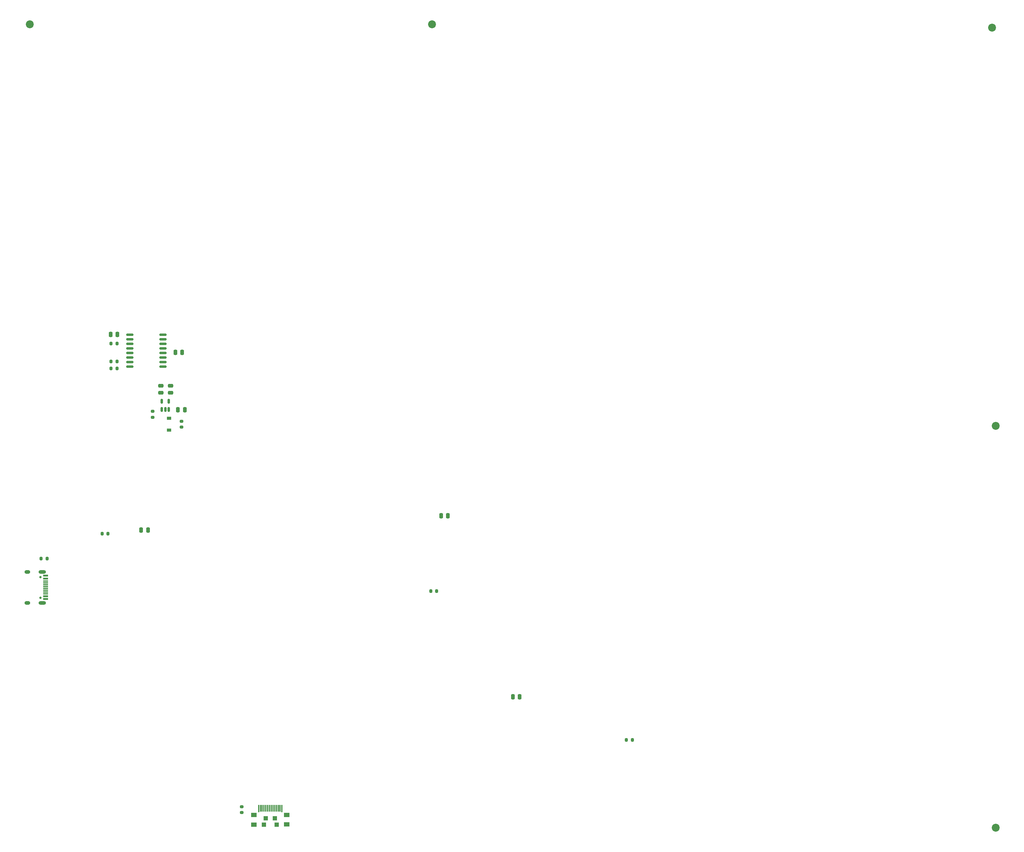
<source format=gbs>
%TF.GenerationSoftware,KiCad,Pcbnew,(6.0.4)*%
%TF.CreationDate,2022-05-26T23:52:49-07:00*%
%TF.ProjectId,top_R,746f705f-522e-46b6-9963-61645f706362,rev?*%
%TF.SameCoordinates,Original*%
%TF.FileFunction,Soldermask,Bot*%
%TF.FilePolarity,Negative*%
%FSLAX46Y46*%
G04 Gerber Fmt 4.6, Leading zero omitted, Abs format (unit mm)*
G04 Created by KiCad (PCBNEW (6.0.4)) date 2022-05-26 23:52:49*
%MOMM*%
%LPD*%
G01*
G04 APERTURE LIST*
G04 Aperture macros list*
%AMRoundRect*
0 Rectangle with rounded corners*
0 $1 Rounding radius*
0 $2 $3 $4 $5 $6 $7 $8 $9 X,Y pos of 4 corners*
0 Add a 4 corners polygon primitive as box body*
4,1,4,$2,$3,$4,$5,$6,$7,$8,$9,$2,$3,0*
0 Add four circle primitives for the rounded corners*
1,1,$1+$1,$2,$3*
1,1,$1+$1,$4,$5*
1,1,$1+$1,$6,$7*
1,1,$1+$1,$8,$9*
0 Add four rect primitives between the rounded corners*
20,1,$1+$1,$2,$3,$4,$5,0*
20,1,$1+$1,$4,$5,$6,$7,0*
20,1,$1+$1,$6,$7,$8,$9,0*
20,1,$1+$1,$8,$9,$2,$3,0*%
G04 Aperture macros list end*
%ADD10C,2.200000*%
%ADD11RoundRect,0.200000X-0.200000X-0.275000X0.200000X-0.275000X0.200000X0.275000X-0.200000X0.275000X0*%
%ADD12RoundRect,0.250000X0.250000X0.475000X-0.250000X0.475000X-0.250000X-0.475000X0.250000X-0.475000X0*%
%ADD13RoundRect,0.200000X0.275000X-0.200000X0.275000X0.200000X-0.275000X0.200000X-0.275000X-0.200000X0*%
%ADD14RoundRect,0.200000X0.200000X0.275000X-0.200000X0.275000X-0.200000X-0.275000X0.200000X-0.275000X0*%
%ADD15RoundRect,0.250000X-0.250000X-0.475000X0.250000X-0.475000X0.250000X0.475000X-0.250000X0.475000X0*%
%ADD16R,0.400000X1.825000*%
%ADD17R,1.200000X1.200000*%
%ADD18R,1.500000X1.200000*%
%ADD19R,0.400000X2.012500*%
%ADD20RoundRect,0.200000X-0.275000X0.200000X-0.275000X-0.200000X0.275000X-0.200000X0.275000X0.200000X0*%
%ADD21RoundRect,0.150000X0.875000X0.150000X-0.875000X0.150000X-0.875000X-0.150000X0.875000X-0.150000X0*%
%ADD22RoundRect,0.150000X0.150000X-0.512500X0.150000X0.512500X-0.150000X0.512500X-0.150000X-0.512500X0*%
%ADD23C,0.650000*%
%ADD24R,1.450000X0.600000*%
%ADD25R,1.450000X0.300000*%
%ADD26O,1.600000X1.000000*%
%ADD27O,2.100000X1.000000*%
%ADD28RoundRect,0.250000X0.475000X-0.250000X0.475000X0.250000X-0.475000X0.250000X-0.475000X-0.250000X0*%
%ADD29R,1.200000X0.900000*%
G04 APERTURE END LIST*
D10*
X292000000Y-135000000D03*
X135000000Y-23000000D03*
X292000000Y-247000000D03*
X291000000Y-24000000D03*
X23000000Y-23000000D03*
D11*
X45675000Y-117000000D03*
X47325000Y-117000000D03*
D12*
X55950000Y-164000000D03*
X54050000Y-164000000D03*
D13*
X65250000Y-135325000D03*
X65250000Y-133675000D03*
D14*
X44825000Y-165000000D03*
X43175000Y-165000000D03*
D15*
X63550000Y-114500000D03*
X65450000Y-114500000D03*
D16*
X87250000Y-241550000D03*
X88750000Y-241550000D03*
X89250000Y-241550000D03*
X89750000Y-241550000D03*
X90250000Y-241550000D03*
X91750000Y-241550000D03*
X92250000Y-241550000D03*
X92750000Y-241550000D03*
X91250000Y-241550000D03*
X90750000Y-241550000D03*
X88250000Y-241550000D03*
X87750000Y-241550000D03*
D17*
X91750000Y-246100000D03*
X91250000Y-244350000D03*
X88250000Y-246100000D03*
D18*
X94550000Y-243400000D03*
D19*
X86750000Y-241643750D03*
X93250000Y-241650000D03*
D17*
X88750000Y-244350000D03*
D18*
X85450000Y-246100000D03*
X85450000Y-243450000D03*
X94550000Y-246050000D03*
D14*
X47325000Y-112000000D03*
X45675000Y-112000000D03*
D20*
X82000000Y-241115000D03*
X82000000Y-242765000D03*
D21*
X60150000Y-109555000D03*
X60150000Y-110825000D03*
X60150000Y-112095000D03*
X60150000Y-113365000D03*
X60150000Y-114635000D03*
X60150000Y-115905000D03*
X60150000Y-117175000D03*
X60150000Y-118445000D03*
X50850000Y-118445000D03*
X50850000Y-117175000D03*
X50850000Y-115905000D03*
X50850000Y-114635000D03*
X50850000Y-113365000D03*
X50850000Y-112095000D03*
X50850000Y-110825000D03*
X50850000Y-109555000D03*
D22*
X61700000Y-130387500D03*
X60750000Y-130387500D03*
X59800000Y-130387500D03*
X59800000Y-128112500D03*
X61700000Y-128112500D03*
D14*
X190825000Y-222500000D03*
X189175000Y-222500000D03*
X136325000Y-181000000D03*
X134675000Y-181000000D03*
D12*
X47450000Y-109500000D03*
X45550000Y-109500000D03*
D15*
X64300000Y-130500000D03*
X66200000Y-130500000D03*
D11*
X45675000Y-119000000D03*
X47325000Y-119000000D03*
D23*
X25970000Y-177110000D03*
X25970000Y-182890000D03*
D24*
X27415000Y-183250000D03*
X27415000Y-182450000D03*
D25*
X27415000Y-181250000D03*
X27415000Y-180250000D03*
X27415000Y-179750000D03*
X27415000Y-178750000D03*
D24*
X27415000Y-177550000D03*
X27415000Y-176750000D03*
X27415000Y-176750000D03*
X27415000Y-177550000D03*
D25*
X27415000Y-178250000D03*
X27415000Y-179250000D03*
X27415000Y-180750000D03*
X27415000Y-181750000D03*
D24*
X27415000Y-182450000D03*
X27415000Y-183250000D03*
D26*
X22320000Y-175680000D03*
D27*
X26500000Y-175680000D03*
D26*
X22320000Y-184320000D03*
D27*
X26500000Y-184320000D03*
D14*
X27825000Y-172000000D03*
X26175000Y-172000000D03*
D12*
X159450000Y-210500000D03*
X157550000Y-210500000D03*
D28*
X59500000Y-125700000D03*
X59500000Y-123800000D03*
D20*
X57250000Y-130925000D03*
X57250000Y-132575000D03*
D12*
X139450000Y-160000000D03*
X137550000Y-160000000D03*
D29*
X61800000Y-132850000D03*
X61800000Y-136150000D03*
D28*
X62250000Y-125700000D03*
X62250000Y-123800000D03*
M02*

</source>
